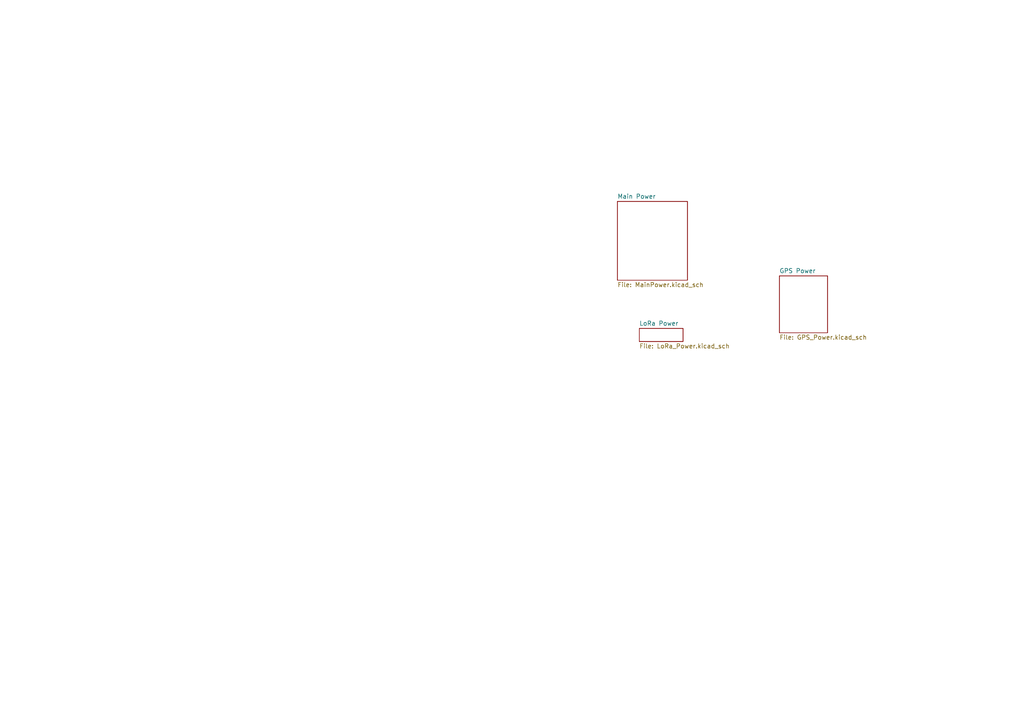
<source format=kicad_sch>
(kicad_sch
	(version 20231120)
	(generator "eeschema")
	(generator_version "8.0")
	(uuid "a84e6a4e-5034-411f-b353-a2d357bb825b")
	(paper "A4")
	(lib_symbols)
	(sheet
		(at 226.06 80.01)
		(size 13.97 16.51)
		(fields_autoplaced yes)
		(stroke
			(width 0.1524)
			(type solid)
		)
		(fill
			(color 0 0 0 0.0000)
		)
		(uuid "38c9bb90-4b64-4a1a-9777-da7ced3dc08c")
		(property "Sheetname" "GPS Power"
			(at 226.06 79.2984 0)
			(effects
				(font
					(size 1.27 1.27)
				)
				(justify left bottom)
			)
		)
		(property "Sheetfile" "GPS_Power.kicad_sch"
			(at 226.06 97.1046 0)
			(effects
				(font
					(size 1.27 1.27)
				)
				(justify left top)
			)
		)
		(instances
			(project "Avionics-MainBoard"
				(path "/4c932743-8c6f-426e-9c1f-5a3f2b32c70d/8a87c1a3-d2a2-4a29-8f5e-6f86eec8fa11"
					(page "17")
				)
			)
		)
	)
	(sheet
		(at 179.07 58.42)
		(size 20.32 22.86)
		(fields_autoplaced yes)
		(stroke
			(width 0.1524)
			(type solid)
		)
		(fill
			(color 0 0 0 0.0000)
		)
		(uuid "b3d24b1d-de51-4729-9f70-377bd9a40a47")
		(property "Sheetname" "Main Power"
			(at 179.07 57.7084 0)
			(effects
				(font
					(size 1.27 1.27)
				)
				(justify left bottom)
			)
		)
		(property "Sheetfile" "MainPower.kicad_sch"
			(at 179.07 81.8646 0)
			(effects
				(font
					(size 1.27 1.27)
				)
				(justify left top)
			)
		)
		(instances
			(project "Avionics-MainBoard"
				(path "/4c932743-8c6f-426e-9c1f-5a3f2b32c70d/8a87c1a3-d2a2-4a29-8f5e-6f86eec8fa11"
					(page "15")
				)
			)
		)
	)
	(sheet
		(at 185.42 95.25)
		(size 12.7 3.81)
		(fields_autoplaced yes)
		(stroke
			(width 0.1524)
			(type solid)
		)
		(fill
			(color 0 0 0 0.0000)
		)
		(uuid "fccbb650-59c2-43b1-a4c6-48bd2dc427d0")
		(property "Sheetname" "LoRa Power"
			(at 185.42 94.5384 0)
			(effects
				(font
					(size 1.27 1.27)
				)
				(justify left bottom)
			)
		)
		(property "Sheetfile" "LoRa_Power.kicad_sch"
			(at 185.42 99.6446 0)
			(effects
				(font
					(size 1.27 1.27)
				)
				(justify left top)
			)
		)
		(instances
			(project "Avionics-MainBoard"
				(path "/4c932743-8c6f-426e-9c1f-5a3f2b32c70d/8a87c1a3-d2a2-4a29-8f5e-6f86eec8fa11"
					(page "16")
				)
			)
		)
	)
)

</source>
